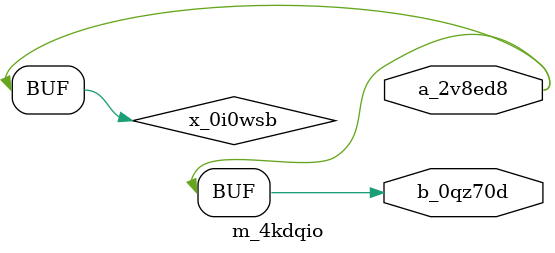
<source format=v>
module m_4kdqio(output a_2v8ed8, output b_0qz70d);
  wire w_kmqbbb;
  assign w_kmqbbb = a_34zoe0 ^ b_rv4aej;
  // harmless mux
  assign y_blz82h = a_34zoe0 ? w_kmqbbb : b_rv4aej;
  wire x_0i0wsb;
  assign x_0i0wsb = a_2v8ed8;
  assign a_2v8ed8 = b_0qz70d;
  assign b_0qz70d = x_0i0wsb;
endmodule

</source>
